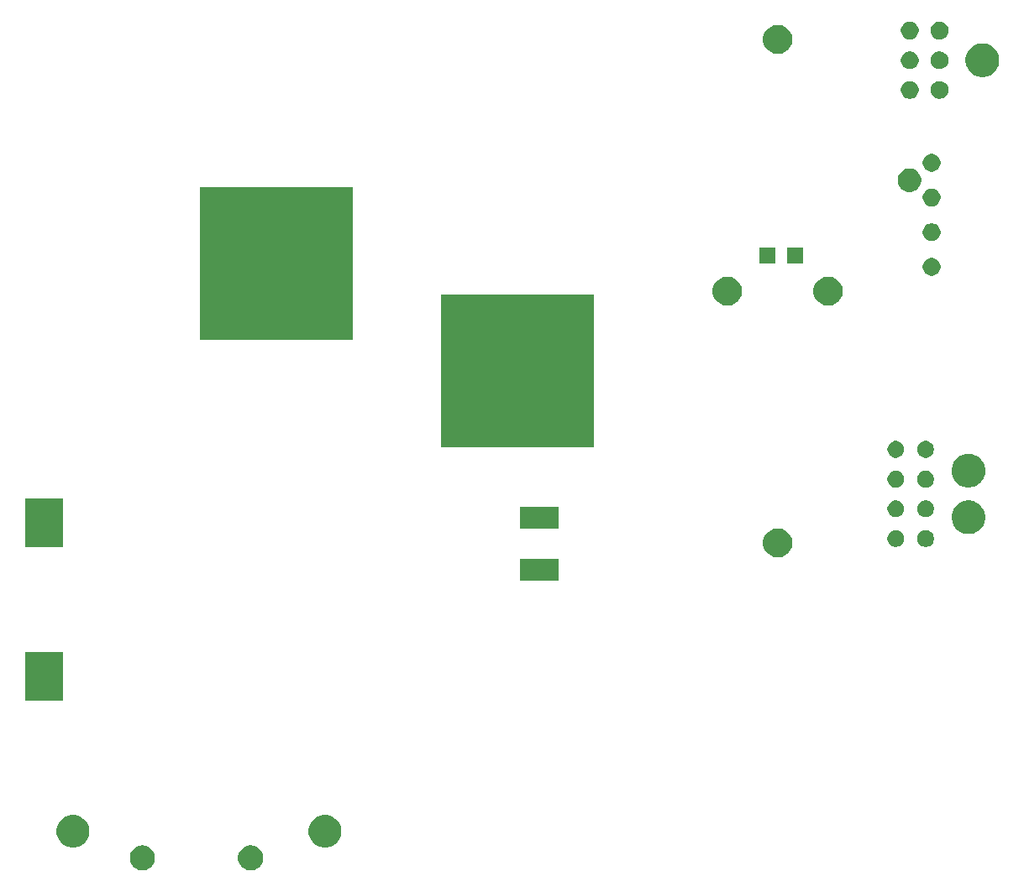
<source format=gts>
G04 #@! TF.GenerationSoftware,KiCad,Pcbnew,5.0.2-bee76a0~70~ubuntu18.04.1*
G04 #@! TF.CreationDate,2019-04-30T11:20:39-04:00*
G04 #@! TF.ProjectId,AIR_Mount_Plus,4149525f-4d6f-4756-9e74-5f506c75732e,rev?*
G04 #@! TF.SameCoordinates,Original*
G04 #@! TF.FileFunction,Soldermask,Top*
G04 #@! TF.FilePolarity,Negative*
%FSLAX46Y46*%
G04 Gerber Fmt 4.6, Leading zero omitted, Abs format (unit mm)*
G04 Created by KiCad (PCBNEW 5.0.2-bee76a0~70~ubuntu18.04.1) date Tue 30 Apr 2019 11:20:39 AM EDT*
%MOMM*%
%LPD*%
G01*
G04 APERTURE LIST*
%ADD10C,0.100000*%
G04 APERTURE END LIST*
D10*
G36*
X214215414Y-106231610D02*
X214337129Y-106255821D01*
X214566434Y-106350802D01*
X214772803Y-106488694D01*
X214948306Y-106664197D01*
X215086198Y-106870566D01*
X215181179Y-107099871D01*
X215229600Y-107343301D01*
X215229600Y-107591499D01*
X215181179Y-107834929D01*
X215086198Y-108064234D01*
X214948306Y-108270603D01*
X214772803Y-108446106D01*
X214566434Y-108583998D01*
X214337129Y-108678979D01*
X214215414Y-108703189D01*
X214093701Y-108727400D01*
X213845499Y-108727400D01*
X213723786Y-108703189D01*
X213602071Y-108678979D01*
X213372766Y-108583998D01*
X213166397Y-108446106D01*
X212990894Y-108270603D01*
X212853002Y-108064234D01*
X212758021Y-107834929D01*
X212709600Y-107591499D01*
X212709600Y-107343301D01*
X212758021Y-107099871D01*
X212853002Y-106870566D01*
X212990894Y-106664197D01*
X213166397Y-106488694D01*
X213372766Y-106350802D01*
X213602071Y-106255821D01*
X213723786Y-106231610D01*
X213845499Y-106207400D01*
X214093701Y-106207400D01*
X214215414Y-106231610D01*
X214215414Y-106231610D01*
G37*
G36*
X203315414Y-106231610D02*
X203437129Y-106255821D01*
X203666434Y-106350802D01*
X203872803Y-106488694D01*
X204048306Y-106664197D01*
X204186198Y-106870566D01*
X204281179Y-107099871D01*
X204329600Y-107343301D01*
X204329600Y-107591499D01*
X204281179Y-107834929D01*
X204186198Y-108064234D01*
X204048306Y-108270603D01*
X203872803Y-108446106D01*
X203666434Y-108583998D01*
X203437129Y-108678979D01*
X203315414Y-108703189D01*
X203193701Y-108727400D01*
X202945499Y-108727400D01*
X202823786Y-108703189D01*
X202702071Y-108678979D01*
X202472766Y-108583998D01*
X202266397Y-108446106D01*
X202090894Y-108270603D01*
X201953002Y-108064234D01*
X201858021Y-107834929D01*
X201809600Y-107591499D01*
X201809600Y-107343301D01*
X201858021Y-107099871D01*
X201953002Y-106870566D01*
X202090894Y-106664197D01*
X202266397Y-106488694D01*
X202472766Y-106350802D01*
X202702071Y-106255821D01*
X202823786Y-106231610D01*
X202945499Y-106207400D01*
X203193701Y-106207400D01*
X203315414Y-106231610D01*
X203315414Y-106231610D01*
G37*
G36*
X196543887Y-103210808D02*
X196844168Y-103335189D01*
X197114414Y-103515761D01*
X197344239Y-103745586D01*
X197524811Y-104015832D01*
X197649192Y-104316113D01*
X197712600Y-104634889D01*
X197712600Y-104959911D01*
X197649192Y-105278687D01*
X197524811Y-105578968D01*
X197344239Y-105849214D01*
X197114414Y-106079039D01*
X196844168Y-106259611D01*
X196543887Y-106383992D01*
X196225111Y-106447400D01*
X195900089Y-106447400D01*
X195581313Y-106383992D01*
X195281032Y-106259611D01*
X195010786Y-106079039D01*
X194780961Y-105849214D01*
X194600389Y-105578968D01*
X194476008Y-105278687D01*
X194412600Y-104959911D01*
X194412600Y-104634889D01*
X194476008Y-104316113D01*
X194600389Y-104015832D01*
X194780961Y-103745586D01*
X195010786Y-103515761D01*
X195281032Y-103335189D01*
X195581313Y-103210808D01*
X195900089Y-103147400D01*
X196225111Y-103147400D01*
X196543887Y-103210808D01*
X196543887Y-103210808D01*
G37*
G36*
X221943887Y-103210808D02*
X222244168Y-103335189D01*
X222514414Y-103515761D01*
X222744239Y-103745586D01*
X222924811Y-104015832D01*
X223049192Y-104316113D01*
X223112600Y-104634889D01*
X223112600Y-104959911D01*
X223049192Y-105278687D01*
X222924811Y-105578968D01*
X222744239Y-105849214D01*
X222514414Y-106079039D01*
X222244168Y-106259611D01*
X221943887Y-106383992D01*
X221625111Y-106447400D01*
X221300089Y-106447400D01*
X220981313Y-106383992D01*
X220681032Y-106259611D01*
X220410786Y-106079039D01*
X220180961Y-105849214D01*
X220000389Y-105578968D01*
X219876008Y-105278687D01*
X219812600Y-104959911D01*
X219812600Y-104634889D01*
X219876008Y-104316113D01*
X220000389Y-104015832D01*
X220180961Y-103745586D01*
X220410786Y-103515761D01*
X220681032Y-103335189D01*
X220981313Y-103210808D01*
X221300089Y-103147400D01*
X221625111Y-103147400D01*
X221943887Y-103210808D01*
X221943887Y-103210808D01*
G37*
G36*
X195020000Y-91610000D02*
X191220000Y-91610000D01*
X191220000Y-86710000D01*
X195020000Y-86710000D01*
X195020000Y-91610000D01*
X195020000Y-91610000D01*
G37*
G36*
X245028000Y-79522000D02*
X241128000Y-79522000D01*
X241128000Y-77342000D01*
X245028000Y-77342000D01*
X245028000Y-79522000D01*
X245028000Y-79522000D01*
G37*
G36*
X267528781Y-74286490D02*
X267796307Y-74397303D01*
X268037074Y-74558178D01*
X268241822Y-74762926D01*
X268402697Y-75003693D01*
X268513510Y-75271219D01*
X268570000Y-75555216D01*
X268570000Y-75844784D01*
X268513510Y-76128781D01*
X268402697Y-76396307D01*
X268241822Y-76637074D01*
X268037074Y-76841822D01*
X267796307Y-77002697D01*
X267528781Y-77113510D01*
X267244784Y-77170000D01*
X266955216Y-77170000D01*
X266671219Y-77113510D01*
X266403693Y-77002697D01*
X266162926Y-76841822D01*
X265958178Y-76637074D01*
X265797303Y-76396307D01*
X265686490Y-76128781D01*
X265630000Y-75844784D01*
X265630000Y-75555216D01*
X265686490Y-75271219D01*
X265797303Y-75003693D01*
X265958178Y-74762926D01*
X266162926Y-74558178D01*
X266403693Y-74397303D01*
X266671219Y-74286490D01*
X266955216Y-74230000D01*
X267244784Y-74230000D01*
X267528781Y-74286490D01*
X267528781Y-74286490D01*
G37*
G36*
X195020000Y-76110000D02*
X191220000Y-76110000D01*
X191220000Y-71210000D01*
X195020000Y-71210000D01*
X195020000Y-76110000D01*
X195020000Y-76110000D01*
G37*
G36*
X279249162Y-74440558D02*
X279403855Y-74504634D01*
X279543075Y-74597658D01*
X279661464Y-74716047D01*
X279754488Y-74855267D01*
X279818564Y-75009960D01*
X279851228Y-75174175D01*
X279851228Y-75341613D01*
X279818564Y-75505828D01*
X279754488Y-75660521D01*
X279661464Y-75799741D01*
X279543075Y-75918130D01*
X279403855Y-76011154D01*
X279249162Y-76075230D01*
X279084947Y-76107894D01*
X278917509Y-76107894D01*
X278753294Y-76075230D01*
X278598601Y-76011154D01*
X278459381Y-75918130D01*
X278340992Y-75799741D01*
X278247968Y-75660521D01*
X278183892Y-75505828D01*
X278151228Y-75341613D01*
X278151228Y-75174175D01*
X278183892Y-75009960D01*
X278247968Y-74855267D01*
X278340992Y-74716047D01*
X278459381Y-74597658D01*
X278598601Y-74504634D01*
X278753294Y-74440558D01*
X278917509Y-74407894D01*
X279084947Y-74407894D01*
X279249162Y-74440558D01*
X279249162Y-74440558D01*
G37*
G36*
X282249162Y-74440558D02*
X282403855Y-74504634D01*
X282543075Y-74597658D01*
X282661464Y-74716047D01*
X282754488Y-74855267D01*
X282818564Y-75009960D01*
X282851228Y-75174175D01*
X282851228Y-75341613D01*
X282818564Y-75505828D01*
X282754488Y-75660521D01*
X282661464Y-75799741D01*
X282543075Y-75918130D01*
X282403855Y-76011154D01*
X282249162Y-76075230D01*
X282084947Y-76107894D01*
X281917509Y-76107894D01*
X281753294Y-76075230D01*
X281598601Y-76011154D01*
X281459381Y-75918130D01*
X281340992Y-75799741D01*
X281247968Y-75660521D01*
X281183892Y-75505828D01*
X281151228Y-75341613D01*
X281151228Y-75174175D01*
X281183892Y-75009960D01*
X281247968Y-74855267D01*
X281340992Y-74716047D01*
X281459381Y-74597658D01*
X281598601Y-74504634D01*
X281753294Y-74440558D01*
X281917509Y-74407894D01*
X282084947Y-74407894D01*
X282249162Y-74440558D01*
X282249162Y-74440558D01*
G37*
G36*
X286707621Y-71451447D02*
X286817100Y-71473224D01*
X287126480Y-71601373D01*
X287404915Y-71787417D01*
X287641705Y-72024207D01*
X287827749Y-72302642D01*
X287955898Y-72612022D01*
X287955898Y-72612023D01*
X288016787Y-72918130D01*
X288021228Y-72940459D01*
X288021228Y-73275329D01*
X287955898Y-73603766D01*
X287827749Y-73913146D01*
X287641705Y-74191581D01*
X287404915Y-74428371D01*
X287126480Y-74614415D01*
X286817100Y-74742564D01*
X286714733Y-74762926D01*
X286488665Y-74807894D01*
X286153791Y-74807894D01*
X285927723Y-74762926D01*
X285825356Y-74742564D01*
X285515976Y-74614415D01*
X285237541Y-74428371D01*
X285000751Y-74191581D01*
X284814707Y-73913146D01*
X284686558Y-73603766D01*
X284621228Y-73275329D01*
X284621228Y-72940459D01*
X284625670Y-72918130D01*
X284686558Y-72612023D01*
X284686558Y-72612022D01*
X284814707Y-72302642D01*
X285000751Y-72024207D01*
X285237541Y-71787417D01*
X285515976Y-71601373D01*
X285825356Y-71473224D01*
X285934835Y-71451447D01*
X286153791Y-71407894D01*
X286488665Y-71407894D01*
X286707621Y-71451447D01*
X286707621Y-71451447D01*
G37*
G36*
X245028000Y-74242000D02*
X241128000Y-74242000D01*
X241128000Y-72062000D01*
X245028000Y-72062000D01*
X245028000Y-74242000D01*
X245028000Y-74242000D01*
G37*
G36*
X282249162Y-71440558D02*
X282403855Y-71504634D01*
X282543075Y-71597658D01*
X282661464Y-71716047D01*
X282754488Y-71855267D01*
X282818564Y-72009960D01*
X282851228Y-72174175D01*
X282851228Y-72341613D01*
X282818564Y-72505828D01*
X282754488Y-72660521D01*
X282661464Y-72799741D01*
X282543075Y-72918130D01*
X282403855Y-73011154D01*
X282249162Y-73075230D01*
X282084947Y-73107894D01*
X281917509Y-73107894D01*
X281753294Y-73075230D01*
X281598601Y-73011154D01*
X281459381Y-72918130D01*
X281340992Y-72799741D01*
X281247968Y-72660521D01*
X281183892Y-72505828D01*
X281151228Y-72341613D01*
X281151228Y-72174175D01*
X281183892Y-72009960D01*
X281247968Y-71855267D01*
X281340992Y-71716047D01*
X281459381Y-71597658D01*
X281598601Y-71504634D01*
X281753294Y-71440558D01*
X281917509Y-71407894D01*
X282084947Y-71407894D01*
X282249162Y-71440558D01*
X282249162Y-71440558D01*
G37*
G36*
X279249162Y-71440558D02*
X279403855Y-71504634D01*
X279543075Y-71597658D01*
X279661464Y-71716047D01*
X279754488Y-71855267D01*
X279818564Y-72009960D01*
X279851228Y-72174175D01*
X279851228Y-72341613D01*
X279818564Y-72505828D01*
X279754488Y-72660521D01*
X279661464Y-72799741D01*
X279543075Y-72918130D01*
X279403855Y-73011154D01*
X279249162Y-73075230D01*
X279084947Y-73107894D01*
X278917509Y-73107894D01*
X278753294Y-73075230D01*
X278598601Y-73011154D01*
X278459381Y-72918130D01*
X278340992Y-72799741D01*
X278247968Y-72660521D01*
X278183892Y-72505828D01*
X278151228Y-72341613D01*
X278151228Y-72174175D01*
X278183892Y-72009960D01*
X278247968Y-71855267D01*
X278340992Y-71716047D01*
X278459381Y-71597658D01*
X278598601Y-71504634D01*
X278753294Y-71440558D01*
X278917509Y-71407894D01*
X279084947Y-71407894D01*
X279249162Y-71440558D01*
X279249162Y-71440558D01*
G37*
G36*
X279249162Y-68440558D02*
X279403855Y-68504634D01*
X279543075Y-68597658D01*
X279661464Y-68716047D01*
X279754488Y-68855267D01*
X279818564Y-69009960D01*
X279851228Y-69174175D01*
X279851228Y-69341613D01*
X279818564Y-69505828D01*
X279754488Y-69660521D01*
X279661464Y-69799741D01*
X279543075Y-69918130D01*
X279403855Y-70011154D01*
X279249162Y-70075230D01*
X279084947Y-70107894D01*
X278917509Y-70107894D01*
X278753294Y-70075230D01*
X278598601Y-70011154D01*
X278459381Y-69918130D01*
X278340992Y-69799741D01*
X278247968Y-69660521D01*
X278183892Y-69505828D01*
X278151228Y-69341613D01*
X278151228Y-69174175D01*
X278183892Y-69009960D01*
X278247968Y-68855267D01*
X278340992Y-68716047D01*
X278459381Y-68597658D01*
X278598601Y-68504634D01*
X278753294Y-68440558D01*
X278917509Y-68407894D01*
X279084947Y-68407894D01*
X279249162Y-68440558D01*
X279249162Y-68440558D01*
G37*
G36*
X282249162Y-68440558D02*
X282403855Y-68504634D01*
X282543075Y-68597658D01*
X282661464Y-68716047D01*
X282754488Y-68855267D01*
X282818564Y-69009960D01*
X282851228Y-69174175D01*
X282851228Y-69341613D01*
X282818564Y-69505828D01*
X282754488Y-69660521D01*
X282661464Y-69799741D01*
X282543075Y-69918130D01*
X282403855Y-70011154D01*
X282249162Y-70075230D01*
X282084947Y-70107894D01*
X281917509Y-70107894D01*
X281753294Y-70075230D01*
X281598601Y-70011154D01*
X281459381Y-69918130D01*
X281340992Y-69799741D01*
X281247968Y-69660521D01*
X281183892Y-69505828D01*
X281151228Y-69341613D01*
X281151228Y-69174175D01*
X281183892Y-69009960D01*
X281247968Y-68855267D01*
X281340992Y-68716047D01*
X281459381Y-68597658D01*
X281598601Y-68504634D01*
X281753294Y-68440558D01*
X281917509Y-68407894D01*
X282084947Y-68407894D01*
X282249162Y-68440558D01*
X282249162Y-68440558D01*
G37*
G36*
X286707621Y-66751447D02*
X286817100Y-66773224D01*
X287126480Y-66901373D01*
X287404915Y-67087417D01*
X287641705Y-67324207D01*
X287827749Y-67602642D01*
X287955898Y-67912022D01*
X287955898Y-67912023D01*
X288021228Y-68240457D01*
X288021228Y-68575331D01*
X287993238Y-68716047D01*
X287955898Y-68903766D01*
X287827749Y-69213146D01*
X287641705Y-69491581D01*
X287404915Y-69728371D01*
X287126480Y-69914415D01*
X286817100Y-70042564D01*
X286707621Y-70064341D01*
X286488665Y-70107894D01*
X286153791Y-70107894D01*
X285934835Y-70064341D01*
X285825356Y-70042564D01*
X285515976Y-69914415D01*
X285237541Y-69728371D01*
X285000751Y-69491581D01*
X284814707Y-69213146D01*
X284686558Y-68903766D01*
X284649218Y-68716047D01*
X284621228Y-68575331D01*
X284621228Y-68240457D01*
X284686558Y-67912023D01*
X284686558Y-67912022D01*
X284814707Y-67602642D01*
X285000751Y-67324207D01*
X285237541Y-67087417D01*
X285515976Y-66901373D01*
X285825356Y-66773224D01*
X285934835Y-66751447D01*
X286153791Y-66707894D01*
X286488665Y-66707894D01*
X286707621Y-66751447D01*
X286707621Y-66751447D01*
G37*
G36*
X282249162Y-65440558D02*
X282403855Y-65504634D01*
X282543075Y-65597658D01*
X282661464Y-65716047D01*
X282754488Y-65855267D01*
X282818564Y-66009960D01*
X282851228Y-66174175D01*
X282851228Y-66341613D01*
X282818564Y-66505828D01*
X282754488Y-66660521D01*
X282661464Y-66799741D01*
X282543075Y-66918130D01*
X282403855Y-67011154D01*
X282249162Y-67075230D01*
X282084947Y-67107894D01*
X281917509Y-67107894D01*
X281753294Y-67075230D01*
X281598601Y-67011154D01*
X281459381Y-66918130D01*
X281340992Y-66799741D01*
X281247968Y-66660521D01*
X281183892Y-66505828D01*
X281151228Y-66341613D01*
X281151228Y-66174175D01*
X281183892Y-66009960D01*
X281247968Y-65855267D01*
X281340992Y-65716047D01*
X281459381Y-65597658D01*
X281598601Y-65504634D01*
X281753294Y-65440558D01*
X281917509Y-65407894D01*
X282084947Y-65407894D01*
X282249162Y-65440558D01*
X282249162Y-65440558D01*
G37*
G36*
X279249162Y-65440558D02*
X279403855Y-65504634D01*
X279543075Y-65597658D01*
X279661464Y-65716047D01*
X279754488Y-65855267D01*
X279818564Y-66009960D01*
X279851228Y-66174175D01*
X279851228Y-66341613D01*
X279818564Y-66505828D01*
X279754488Y-66660521D01*
X279661464Y-66799741D01*
X279543075Y-66918130D01*
X279403855Y-67011154D01*
X279249162Y-67075230D01*
X279084947Y-67107894D01*
X278917509Y-67107894D01*
X278753294Y-67075230D01*
X278598601Y-67011154D01*
X278459381Y-66918130D01*
X278340992Y-66799741D01*
X278247968Y-66660521D01*
X278183892Y-66505828D01*
X278151228Y-66341613D01*
X278151228Y-66174175D01*
X278183892Y-66009960D01*
X278247968Y-65855267D01*
X278340992Y-65716047D01*
X278459381Y-65597658D01*
X278598601Y-65504634D01*
X278753294Y-65440558D01*
X278917509Y-65407894D01*
X279084947Y-65407894D01*
X279249162Y-65440558D01*
X279249162Y-65440558D01*
G37*
G36*
X248582336Y-66079409D02*
X233182336Y-66079409D01*
X233182336Y-50679409D01*
X248582336Y-50679409D01*
X248582336Y-66079409D01*
X248582336Y-66079409D01*
G37*
G36*
X224235832Y-55191956D02*
X208835832Y-55191956D01*
X208835832Y-39791956D01*
X224235832Y-39791956D01*
X224235832Y-55191956D01*
X224235832Y-55191956D01*
G37*
G36*
X262448781Y-48886490D02*
X262716307Y-48997303D01*
X262957074Y-49158178D01*
X263161822Y-49362926D01*
X263322697Y-49603693D01*
X263433510Y-49871219D01*
X263490000Y-50155216D01*
X263490000Y-50444784D01*
X263433510Y-50728781D01*
X263322697Y-50996307D01*
X263161822Y-51237074D01*
X262957074Y-51441822D01*
X262716307Y-51602697D01*
X262448781Y-51713510D01*
X262164784Y-51770000D01*
X261875216Y-51770000D01*
X261591219Y-51713510D01*
X261323693Y-51602697D01*
X261082926Y-51441822D01*
X260878178Y-51237074D01*
X260717303Y-50996307D01*
X260606490Y-50728781D01*
X260550000Y-50444784D01*
X260550000Y-50155216D01*
X260606490Y-49871219D01*
X260717303Y-49603693D01*
X260878178Y-49362926D01*
X261082926Y-49158178D01*
X261323693Y-48997303D01*
X261591219Y-48886490D01*
X261875216Y-48830000D01*
X262164784Y-48830000D01*
X262448781Y-48886490D01*
X262448781Y-48886490D01*
G37*
G36*
X272608781Y-48886490D02*
X272876307Y-48997303D01*
X273117074Y-49158178D01*
X273321822Y-49362926D01*
X273482697Y-49603693D01*
X273593510Y-49871219D01*
X273650000Y-50155216D01*
X273650000Y-50444784D01*
X273593510Y-50728781D01*
X273482697Y-50996307D01*
X273321822Y-51237074D01*
X273117074Y-51441822D01*
X272876307Y-51602697D01*
X272608781Y-51713510D01*
X272324784Y-51770000D01*
X272035216Y-51770000D01*
X271751219Y-51713510D01*
X271483693Y-51602697D01*
X271242926Y-51441822D01*
X271038178Y-51237074D01*
X270877303Y-50996307D01*
X270766490Y-50728781D01*
X270710000Y-50444784D01*
X270710000Y-50155216D01*
X270766490Y-49871219D01*
X270877303Y-49603693D01*
X271038178Y-49362926D01*
X271242926Y-49158178D01*
X271483693Y-48997303D01*
X271751219Y-48886490D01*
X272035216Y-48830000D01*
X272324784Y-48830000D01*
X272608781Y-48886490D01*
X272608781Y-48886490D01*
G37*
G36*
X282862083Y-46986029D02*
X283025596Y-47053758D01*
X283172764Y-47152093D01*
X283297907Y-47277236D01*
X283396242Y-47424404D01*
X283463971Y-47587917D01*
X283498500Y-47761505D01*
X283498500Y-47938495D01*
X283463971Y-48112083D01*
X283396242Y-48275596D01*
X283297907Y-48422764D01*
X283172764Y-48547907D01*
X283025596Y-48646242D01*
X282862083Y-48713971D01*
X282688495Y-48748500D01*
X282511505Y-48748500D01*
X282337917Y-48713971D01*
X282174404Y-48646242D01*
X282027236Y-48547907D01*
X281902093Y-48422764D01*
X281803758Y-48275596D01*
X281736029Y-48112083D01*
X281701500Y-47938495D01*
X281701500Y-47761505D01*
X281736029Y-47587917D01*
X281803758Y-47424404D01*
X281902093Y-47277236D01*
X282027236Y-47152093D01*
X282174404Y-47053758D01*
X282337917Y-46986029D01*
X282511505Y-46951500D01*
X282688495Y-46951500D01*
X282862083Y-46986029D01*
X282862083Y-46986029D01*
G37*
G36*
X266862000Y-47536000D02*
X265262000Y-47536000D01*
X265262000Y-45936000D01*
X266862000Y-45936000D01*
X266862000Y-47536000D01*
X266862000Y-47536000D01*
G37*
G36*
X269662000Y-47536000D02*
X268062000Y-47536000D01*
X268062000Y-45936000D01*
X269662000Y-45936000D01*
X269662000Y-47536000D01*
X269662000Y-47536000D01*
G37*
G36*
X282862083Y-43486029D02*
X283025596Y-43553758D01*
X283172764Y-43652093D01*
X283297907Y-43777236D01*
X283396242Y-43924404D01*
X283463971Y-44087917D01*
X283498500Y-44261505D01*
X283498500Y-44438495D01*
X283463971Y-44612083D01*
X283396242Y-44775596D01*
X283297907Y-44922764D01*
X283172764Y-45047907D01*
X283025596Y-45146242D01*
X282862083Y-45213971D01*
X282688495Y-45248500D01*
X282511505Y-45248500D01*
X282337917Y-45213971D01*
X282174404Y-45146242D01*
X282027236Y-45047907D01*
X281902093Y-44922764D01*
X281803758Y-44775596D01*
X281736029Y-44612083D01*
X281701500Y-44438495D01*
X281701500Y-44261505D01*
X281736029Y-44087917D01*
X281803758Y-43924404D01*
X281902093Y-43777236D01*
X282027236Y-43652093D01*
X282174404Y-43553758D01*
X282337917Y-43486029D01*
X282511505Y-43451500D01*
X282688495Y-43451500D01*
X282862083Y-43486029D01*
X282862083Y-43486029D01*
G37*
G36*
X282862083Y-39986029D02*
X283025596Y-40053758D01*
X283172764Y-40152093D01*
X283297907Y-40277236D01*
X283297909Y-40277239D01*
X283297910Y-40277240D01*
X283396240Y-40424401D01*
X283396242Y-40424404D01*
X283463971Y-40587917D01*
X283498500Y-40761505D01*
X283498500Y-40938495D01*
X283463971Y-41112083D01*
X283396242Y-41275596D01*
X283297907Y-41422764D01*
X283172764Y-41547907D01*
X283025596Y-41646242D01*
X282862083Y-41713971D01*
X282688495Y-41748500D01*
X282511505Y-41748500D01*
X282337917Y-41713971D01*
X282174404Y-41646242D01*
X282027236Y-41547907D01*
X281902093Y-41422764D01*
X281803758Y-41275596D01*
X281736029Y-41112083D01*
X281701500Y-40938495D01*
X281701500Y-40761505D01*
X281736029Y-40587917D01*
X281803758Y-40424404D01*
X281803760Y-40424401D01*
X281902090Y-40277240D01*
X281902091Y-40277239D01*
X281902093Y-40277236D01*
X282027236Y-40152093D01*
X282174404Y-40053758D01*
X282337917Y-39986029D01*
X282511505Y-39951500D01*
X282688495Y-39951500D01*
X282862083Y-39986029D01*
X282862083Y-39986029D01*
G37*
G36*
X280717255Y-37955250D02*
X280933910Y-38044991D01*
X281128903Y-38175282D01*
X281294718Y-38341097D01*
X281425009Y-38536090D01*
X281514750Y-38752745D01*
X281560500Y-38982745D01*
X281560500Y-39217255D01*
X281514750Y-39447255D01*
X281425009Y-39663910D01*
X281294718Y-39858903D01*
X281128903Y-40024718D01*
X280933910Y-40155009D01*
X280717255Y-40244750D01*
X280487255Y-40290500D01*
X280252745Y-40290500D01*
X280022745Y-40244750D01*
X279806090Y-40155009D01*
X279611097Y-40024718D01*
X279445282Y-39858903D01*
X279314991Y-39663910D01*
X279225250Y-39447255D01*
X279179500Y-39217255D01*
X279179500Y-38982745D01*
X279225250Y-38752745D01*
X279314991Y-38536090D01*
X279445282Y-38341097D01*
X279611097Y-38175282D01*
X279806090Y-38044991D01*
X280022745Y-37955250D01*
X280252745Y-37909500D01*
X280487255Y-37909500D01*
X280717255Y-37955250D01*
X280717255Y-37955250D01*
G37*
G36*
X282862083Y-36486029D02*
X283025596Y-36553758D01*
X283172764Y-36652093D01*
X283297907Y-36777236D01*
X283396242Y-36924404D01*
X283463971Y-37087917D01*
X283498500Y-37261505D01*
X283498500Y-37438495D01*
X283463971Y-37612083D01*
X283396242Y-37775596D01*
X283297907Y-37922764D01*
X283172764Y-38047907D01*
X283025596Y-38146242D01*
X282862083Y-38213971D01*
X282688495Y-38248500D01*
X282511505Y-38248500D01*
X282337917Y-38213971D01*
X282174404Y-38146242D01*
X282027236Y-38047907D01*
X281902093Y-37922764D01*
X281803758Y-37775596D01*
X281736029Y-37612083D01*
X281701500Y-37438495D01*
X281701500Y-37261505D01*
X281736029Y-37087917D01*
X281803758Y-36924404D01*
X281902093Y-36777236D01*
X282027236Y-36652093D01*
X282174404Y-36553758D01*
X282337917Y-36486029D01*
X282511505Y-36451500D01*
X282688495Y-36451500D01*
X282862083Y-36486029D01*
X282862083Y-36486029D01*
G37*
G36*
X283662521Y-29134586D02*
X283826309Y-29202429D01*
X283973720Y-29300926D01*
X284099074Y-29426280D01*
X284197571Y-29573691D01*
X284265414Y-29737479D01*
X284300000Y-29911356D01*
X284300000Y-30088644D01*
X284265414Y-30262521D01*
X284197571Y-30426309D01*
X284099074Y-30573720D01*
X283973720Y-30699074D01*
X283826309Y-30797571D01*
X283662521Y-30865414D01*
X283488644Y-30900000D01*
X283311356Y-30900000D01*
X283137479Y-30865414D01*
X282973691Y-30797571D01*
X282826280Y-30699074D01*
X282700926Y-30573720D01*
X282602429Y-30426309D01*
X282534586Y-30262521D01*
X282500000Y-30088644D01*
X282500000Y-29911356D01*
X282534586Y-29737479D01*
X282602429Y-29573691D01*
X282700926Y-29426280D01*
X282826280Y-29300926D01*
X282973691Y-29202429D01*
X283137479Y-29134586D01*
X283311356Y-29100000D01*
X283488644Y-29100000D01*
X283662521Y-29134586D01*
X283662521Y-29134586D01*
G37*
G36*
X280662521Y-29134586D02*
X280826309Y-29202429D01*
X280973720Y-29300926D01*
X281099074Y-29426280D01*
X281197571Y-29573691D01*
X281265414Y-29737479D01*
X281300000Y-29911356D01*
X281300000Y-30088644D01*
X281265414Y-30262521D01*
X281197571Y-30426309D01*
X281099074Y-30573720D01*
X280973720Y-30699074D01*
X280826309Y-30797571D01*
X280662521Y-30865414D01*
X280488644Y-30900000D01*
X280311356Y-30900000D01*
X280137479Y-30865414D01*
X279973691Y-30797571D01*
X279826280Y-30699074D01*
X279700926Y-30573720D01*
X279602429Y-30426309D01*
X279534586Y-30262521D01*
X279500000Y-30088644D01*
X279500000Y-29911356D01*
X279534586Y-29737479D01*
X279602429Y-29573691D01*
X279700926Y-29426280D01*
X279826280Y-29300926D01*
X279973691Y-29202429D01*
X280137479Y-29134586D01*
X280311356Y-29100000D01*
X280488644Y-29100000D01*
X280662521Y-29134586D01*
X280662521Y-29134586D01*
G37*
G36*
X288106393Y-25343553D02*
X288215872Y-25365330D01*
X288525252Y-25493479D01*
X288803687Y-25679523D01*
X289040477Y-25916313D01*
X289226521Y-26194748D01*
X289354670Y-26504128D01*
X289354670Y-26504129D01*
X289420000Y-26832563D01*
X289420000Y-27167437D01*
X289401086Y-27262521D01*
X289354670Y-27495872D01*
X289226521Y-27805252D01*
X289040477Y-28083687D01*
X288803687Y-28320477D01*
X288525252Y-28506521D01*
X288215872Y-28634670D01*
X288106393Y-28656447D01*
X287887437Y-28700000D01*
X287552563Y-28700000D01*
X287333607Y-28656447D01*
X287224128Y-28634670D01*
X286914748Y-28506521D01*
X286636313Y-28320477D01*
X286399523Y-28083687D01*
X286213479Y-27805252D01*
X286085330Y-27495872D01*
X286038914Y-27262521D01*
X286020000Y-27167437D01*
X286020000Y-26832563D01*
X286085330Y-26504129D01*
X286085330Y-26504128D01*
X286213479Y-26194748D01*
X286399523Y-25916313D01*
X286636313Y-25679523D01*
X286914748Y-25493479D01*
X287224128Y-25365330D01*
X287333607Y-25343553D01*
X287552563Y-25300000D01*
X287887437Y-25300000D01*
X288106393Y-25343553D01*
X288106393Y-25343553D01*
G37*
G36*
X283662521Y-26134586D02*
X283826309Y-26202429D01*
X283973720Y-26300926D01*
X284099074Y-26426280D01*
X284197571Y-26573691D01*
X284265414Y-26737479D01*
X284300000Y-26911356D01*
X284300000Y-27088644D01*
X284265414Y-27262521D01*
X284197571Y-27426309D01*
X284099074Y-27573720D01*
X283973720Y-27699074D01*
X283826309Y-27797571D01*
X283662521Y-27865414D01*
X283488644Y-27900000D01*
X283311356Y-27900000D01*
X283137479Y-27865414D01*
X282973691Y-27797571D01*
X282826280Y-27699074D01*
X282700926Y-27573720D01*
X282602429Y-27426309D01*
X282534586Y-27262521D01*
X282500000Y-27088644D01*
X282500000Y-26911356D01*
X282534586Y-26737479D01*
X282602429Y-26573691D01*
X282700926Y-26426280D01*
X282826280Y-26300926D01*
X282973691Y-26202429D01*
X283137479Y-26134586D01*
X283311356Y-26100000D01*
X283488644Y-26100000D01*
X283662521Y-26134586D01*
X283662521Y-26134586D01*
G37*
G36*
X280662521Y-26134586D02*
X280826309Y-26202429D01*
X280973720Y-26300926D01*
X281099074Y-26426280D01*
X281197571Y-26573691D01*
X281265414Y-26737479D01*
X281300000Y-26911356D01*
X281300000Y-27088644D01*
X281265414Y-27262521D01*
X281197571Y-27426309D01*
X281099074Y-27573720D01*
X280973720Y-27699074D01*
X280826309Y-27797571D01*
X280662521Y-27865414D01*
X280488644Y-27900000D01*
X280311356Y-27900000D01*
X280137479Y-27865414D01*
X279973691Y-27797571D01*
X279826280Y-27699074D01*
X279700926Y-27573720D01*
X279602429Y-27426309D01*
X279534586Y-27262521D01*
X279500000Y-27088644D01*
X279500000Y-26911356D01*
X279534586Y-26737479D01*
X279602429Y-26573691D01*
X279700926Y-26426280D01*
X279826280Y-26300926D01*
X279973691Y-26202429D01*
X280137479Y-26134586D01*
X280311356Y-26100000D01*
X280488644Y-26100000D01*
X280662521Y-26134586D01*
X280662521Y-26134586D01*
G37*
G36*
X267528781Y-23486490D02*
X267796307Y-23597303D01*
X268037074Y-23758178D01*
X268241822Y-23962926D01*
X268402697Y-24203693D01*
X268513510Y-24471219D01*
X268570000Y-24755216D01*
X268570000Y-25044784D01*
X268513510Y-25328781D01*
X268402697Y-25596307D01*
X268241822Y-25837074D01*
X268037074Y-26041822D01*
X267796307Y-26202697D01*
X267528781Y-26313510D01*
X267244784Y-26370000D01*
X266955216Y-26370000D01*
X266671219Y-26313510D01*
X266403693Y-26202697D01*
X266162926Y-26041822D01*
X265958178Y-25837074D01*
X265797303Y-25596307D01*
X265686490Y-25328781D01*
X265630000Y-25044784D01*
X265630000Y-24755216D01*
X265686490Y-24471219D01*
X265797303Y-24203693D01*
X265958178Y-23962926D01*
X266162926Y-23758178D01*
X266403693Y-23597303D01*
X266671219Y-23486490D01*
X266955216Y-23430000D01*
X267244784Y-23430000D01*
X267528781Y-23486490D01*
X267528781Y-23486490D01*
G37*
G36*
X280662521Y-23134586D02*
X280826309Y-23202429D01*
X280973720Y-23300926D01*
X281099074Y-23426280D01*
X281197571Y-23573691D01*
X281265414Y-23737479D01*
X281300000Y-23911356D01*
X281300000Y-24088644D01*
X281265414Y-24262521D01*
X281197571Y-24426309D01*
X281099074Y-24573720D01*
X280973720Y-24699074D01*
X280826309Y-24797571D01*
X280662521Y-24865414D01*
X280488644Y-24900000D01*
X280311356Y-24900000D01*
X280137479Y-24865414D01*
X279973691Y-24797571D01*
X279826280Y-24699074D01*
X279700926Y-24573720D01*
X279602429Y-24426309D01*
X279534586Y-24262521D01*
X279500000Y-24088644D01*
X279500000Y-23911356D01*
X279534586Y-23737479D01*
X279602429Y-23573691D01*
X279700926Y-23426280D01*
X279826280Y-23300926D01*
X279973691Y-23202429D01*
X280137479Y-23134586D01*
X280311356Y-23100000D01*
X280488644Y-23100000D01*
X280662521Y-23134586D01*
X280662521Y-23134586D01*
G37*
G36*
X283662521Y-23134586D02*
X283826309Y-23202429D01*
X283973720Y-23300926D01*
X284099074Y-23426280D01*
X284197571Y-23573691D01*
X284265414Y-23737479D01*
X284300000Y-23911356D01*
X284300000Y-24088644D01*
X284265414Y-24262521D01*
X284197571Y-24426309D01*
X284099074Y-24573720D01*
X283973720Y-24699074D01*
X283826309Y-24797571D01*
X283662521Y-24865414D01*
X283488644Y-24900000D01*
X283311356Y-24900000D01*
X283137479Y-24865414D01*
X282973691Y-24797571D01*
X282826280Y-24699074D01*
X282700926Y-24573720D01*
X282602429Y-24426309D01*
X282534586Y-24262521D01*
X282500000Y-24088644D01*
X282500000Y-23911356D01*
X282534586Y-23737479D01*
X282602429Y-23573691D01*
X282700926Y-23426280D01*
X282826280Y-23300926D01*
X282973691Y-23202429D01*
X283137479Y-23134586D01*
X283311356Y-23100000D01*
X283488644Y-23100000D01*
X283662521Y-23134586D01*
X283662521Y-23134586D01*
G37*
M02*

</source>
